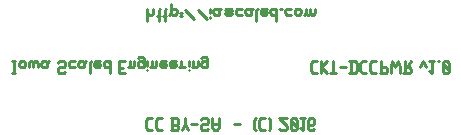
<source format=gbr>
G04 start of page 9 for group -4078 idx -4078 *
G04 Title: (unknown), bottomsilk *
G04 Creator: pcb 20140316 *
G04 CreationDate: Thu 21 Jan 2016 04:13:07 PM GMT UTC *
G04 For: ndholmes *
G04 Format: Gerber/RS-274X *
G04 PCB-Dimensions (mil): 1650.00 500.00 *
G04 PCB-Coordinate-Origin: lower left *
%MOIN*%
%FSLAX25Y25*%
%LNBOTTOMSILK*%
%ADD36C,0.0100*%
G54D36*X10000Y23000D02*X11000D01*
X10500D02*Y27000D01*
X10000D02*X11000D01*
X12200Y25500D02*Y26500D01*
Y25500D02*X12700Y25000D01*
X13700D01*
X14200Y25500D01*
Y26500D01*
X13700Y27000D02*X14200Y26500D01*
X12700Y27000D02*X13700D01*
X12200Y26500D02*X12700Y27000D01*
X15400Y25000D02*Y26500D01*
X15900Y27000D01*
X16400D01*
X16900Y26500D01*
Y25000D02*Y26500D01*
X17400Y27000D01*
X17900D01*
X18400Y26500D01*
Y25000D02*Y26500D01*
X21100Y25000D02*X21600Y25500D01*
X20100Y25000D02*X21100D01*
X19600Y25500D02*X20100Y25000D01*
X19600Y25500D02*Y26500D01*
X20100Y27000D01*
X21600Y25000D02*Y26500D01*
X22100Y27000D01*
X20100D02*X21100D01*
X21600Y26500D01*
X27100Y23000D02*X27600Y23500D01*
X25600Y23000D02*X27100D01*
X25100Y23500D02*X25600Y23000D01*
X25100Y23500D02*Y24500D01*
X25600Y25000D01*
X27100D01*
X27600Y25500D01*
Y26500D01*
X27100Y27000D02*X27600Y26500D01*
X25600Y27000D02*X27100D01*
X25100Y26500D02*X25600Y27000D01*
X29300Y25000D02*X30800D01*
X28800Y25500D02*X29300Y25000D01*
X28800Y25500D02*Y26500D01*
X29300Y27000D01*
X30800D01*
X33500Y25000D02*X34000Y25500D01*
X32500Y25000D02*X33500D01*
X32000Y25500D02*X32500Y25000D01*
X32000Y25500D02*Y26500D01*
X32500Y27000D01*
X34000Y25000D02*Y26500D01*
X34500Y27000D01*
X32500D02*X33500D01*
X34000Y26500D01*
X35700Y23000D02*Y26500D01*
X36200Y27000D01*
X37700D02*X39200D01*
X37200Y26500D02*X37700Y27000D01*
X37200Y25500D02*Y26500D01*
Y25500D02*X37700Y25000D01*
X38700D01*
X39200Y25500D01*
X37200Y26000D02*X39200D01*
Y25500D02*Y26000D01*
X42400Y23000D02*Y27000D01*
X41900D02*X42400Y26500D01*
X40900Y27000D02*X41900D01*
X40400Y26500D02*X40900Y27000D01*
X40400Y25500D02*Y26500D01*
Y25500D02*X40900Y25000D01*
X41900D01*
X42400Y25500D01*
X45400Y24800D02*X46900D01*
X45400Y27000D02*X47400D01*
X45400Y23000D02*Y27000D01*
Y23000D02*X47400D01*
X49100Y25500D02*Y27000D01*
Y25500D02*X49600Y25000D01*
X50100D01*
X50600Y25500D01*
Y27000D01*
X48600Y25000D02*X49100Y25500D01*
X53300Y25000D02*X53800Y25500D01*
X52300Y25000D02*X53300D01*
X51800Y25500D02*X52300Y25000D01*
X51800Y25500D02*Y26500D01*
X52300Y27000D01*
X53300D01*
X53800Y26500D01*
X51800Y28000D02*X52300Y28500D01*
X53300D01*
X53800Y28000D01*
Y25000D02*Y28000D01*
X55000Y24000D02*Y24100D01*
Y25500D02*Y27000D01*
X56500Y25500D02*Y27000D01*
Y25500D02*X57000Y25000D01*
X57500D01*
X58000Y25500D01*
Y27000D01*
X56000Y25000D02*X56500Y25500D01*
X59700Y27000D02*X61200D01*
X59200Y26500D02*X59700Y27000D01*
X59200Y25500D02*Y26500D01*
Y25500D02*X59700Y25000D01*
X60700D01*
X61200Y25500D01*
X59200Y26000D02*X61200D01*
Y25500D02*Y26000D01*
X62900Y27000D02*X64400D01*
X62400Y26500D02*X62900Y27000D01*
X62400Y25500D02*Y26500D01*
Y25500D02*X62900Y25000D01*
X63900D01*
X64400Y25500D01*
X62400Y26000D02*X64400D01*
Y25500D02*Y26000D01*
X66100Y25500D02*Y27000D01*
Y25500D02*X66600Y25000D01*
X67600D01*
X65600D02*X66100Y25500D01*
X68800Y24000D02*Y24100D01*
Y25500D02*Y27000D01*
X70300Y25500D02*Y27000D01*
Y25500D02*X70800Y25000D01*
X71300D01*
X71800Y25500D01*
Y27000D01*
X69800Y25000D02*X70300Y25500D01*
X74500Y25000D02*X75000Y25500D01*
X73500Y25000D02*X74500D01*
X73000Y25500D02*X73500Y25000D01*
X73000Y25500D02*Y26500D01*
X73500Y27000D01*
X74500D01*
X75000Y26500D01*
X73000Y28000D02*X73500Y28500D01*
X74500D01*
X75000Y28000D01*
Y25000D02*Y28000D01*
X110200Y27000D02*X111500D01*
X109500Y26300D02*X110200Y27000D01*
X109500Y23700D02*Y26300D01*
Y23700D02*X110200Y23000D01*
X111500D01*
X112700D02*Y27000D01*
Y25000D02*X114700Y23000D01*
X112700Y25000D02*X114700Y27000D01*
X115900Y23000D02*X117900D01*
X116900D02*Y27000D01*
X119100Y25000D02*X121100D01*
X122800Y23000D02*Y27000D01*
X124100Y23000D02*X124800Y23700D01*
Y26300D01*
X124100Y27000D02*X124800Y26300D01*
X122300Y27000D02*X124100D01*
X122300Y23000D02*X124100D01*
X126700Y27000D02*X128000D01*
X126000Y26300D02*X126700Y27000D01*
X126000Y23700D02*Y26300D01*
Y23700D02*X126700Y23000D01*
X128000D01*
X129900Y27000D02*X131200D01*
X129200Y26300D02*X129900Y27000D01*
X129200Y23700D02*Y26300D01*
Y23700D02*X129900Y23000D01*
X131200D01*
X132900D02*Y27000D01*
X132400Y23000D02*X134400D01*
X134900Y23500D01*
Y24500D01*
X134400Y25000D02*X134900Y24500D01*
X132900Y25000D02*X134400D01*
X136100Y23000D02*Y25000D01*
X136600Y27000D01*
X137600Y25000D01*
X138600Y27000D01*
X139100Y25000D01*
Y23000D02*Y25000D01*
X140300Y23000D02*X142300D01*
X142800Y23500D01*
Y24500D01*
X142300Y25000D02*X142800Y24500D01*
X140800Y25000D02*X142300D01*
X140800Y23000D02*Y27000D01*
X141600Y25000D02*X142800Y27000D01*
X145800Y25000D02*X146800Y27000D01*
X147800Y25000D02*X146800Y27000D01*
X149000Y23800D02*X149800Y23000D01*
Y27000D01*
X149000D02*X150500D01*
X151700D02*X152200D01*
X153400Y26500D02*X153900Y27000D01*
X153400Y23500D02*Y26500D01*
Y23500D02*X153900Y23000D01*
X154900D01*
X155400Y23500D01*
Y26500D01*
X154900Y27000D02*X155400Y26500D01*
X153900Y27000D02*X154900D01*
X153400Y26000D02*X155400Y24000D01*
X55000Y40500D02*Y44500D01*
Y43000D02*X55500Y42500D01*
X56500D01*
X57000Y43000D01*
Y44500D01*
X58700Y40500D02*Y44000D01*
X59200Y44500D01*
X58200Y42000D02*X59200D01*
X60700Y40500D02*Y44000D01*
X61200Y44500D01*
X60200Y42000D02*X61200D01*
X62700Y43000D02*Y46000D01*
X62200Y42500D02*X62700Y43000D01*
X63200Y42500D01*
X64200D01*
X64700Y43000D01*
Y44000D01*
X64200Y44500D02*X64700Y44000D01*
X63200Y44500D02*X64200D01*
X62700Y44000D02*X63200Y44500D01*
X65900Y42000D02*X66400D01*
X65900Y43000D02*X66400D01*
X67600Y44000D02*X70600Y41000D01*
X71800Y44000D02*X74800Y41000D01*
X76000Y41500D02*Y41600D01*
Y43000D02*Y44500D01*
X78500Y42500D02*X79000Y43000D01*
X77500Y42500D02*X78500D01*
X77000Y43000D02*X77500Y42500D01*
X77000Y43000D02*Y44000D01*
X77500Y44500D01*
X79000Y42500D02*Y44000D01*
X79500Y44500D01*
X77500D02*X78500D01*
X79000Y44000D01*
X81200Y44500D02*X82700D01*
X83200Y44000D01*
X82700Y43500D02*X83200Y44000D01*
X81200Y43500D02*X82700D01*
X80700Y43000D02*X81200Y43500D01*
X80700Y43000D02*X81200Y42500D01*
X82700D01*
X83200Y43000D01*
X80700Y44000D02*X81200Y44500D01*
X84900Y42500D02*X86400D01*
X84400Y43000D02*X84900Y42500D01*
X84400Y43000D02*Y44000D01*
X84900Y44500D01*
X86400D01*
X89100Y42500D02*X89600Y43000D01*
X88100Y42500D02*X89100D01*
X87600Y43000D02*X88100Y42500D01*
X87600Y43000D02*Y44000D01*
X88100Y44500D01*
X89600Y42500D02*Y44000D01*
X90100Y44500D01*
X88100D02*X89100D01*
X89600Y44000D01*
X91300Y40500D02*Y44000D01*
X91800Y44500D01*
X93300D02*X94800D01*
X92800Y44000D02*X93300Y44500D01*
X92800Y43000D02*Y44000D01*
Y43000D02*X93300Y42500D01*
X94300D01*
X94800Y43000D01*
X92800Y43500D02*X94800D01*
Y43000D02*Y43500D01*
X98000Y40500D02*Y44500D01*
X97500D02*X98000Y44000D01*
X96500Y44500D02*X97500D01*
X96000Y44000D02*X96500Y44500D01*
X96000Y43000D02*Y44000D01*
Y43000D02*X96500Y42500D01*
X97500D01*
X98000Y43000D01*
X99200Y44500D02*X99700D01*
X101400Y42500D02*X102900D01*
X100900Y43000D02*X101400Y42500D01*
X100900Y43000D02*Y44000D01*
X101400Y44500D01*
X102900D01*
X104100Y43000D02*Y44000D01*
Y43000D02*X104600Y42500D01*
X105600D01*
X106100Y43000D01*
Y44000D01*
X105600Y44500D02*X106100Y44000D01*
X104600Y44500D02*X105600D01*
X104100Y44000D02*X104600Y44500D01*
X107800Y43000D02*Y44500D01*
Y43000D02*X108300Y42500D01*
X108800D01*
X109300Y43000D01*
Y44500D01*
Y43000D02*X109800Y42500D01*
X110300D01*
X110800Y43000D01*
Y44500D01*
X107300Y42500D02*X107800Y43000D01*
X55200Y8000D02*X56500D01*
X54500Y7300D02*X55200Y8000D01*
X54500Y4700D02*Y7300D01*
Y4700D02*X55200Y4000D01*
X56500D01*
X58400Y8000D02*X59700D01*
X57700Y7300D02*X58400Y8000D01*
X57700Y4700D02*Y7300D01*
Y4700D02*X58400Y4000D01*
X59700D01*
X62700Y8000D02*X64700D01*
X65200Y7500D01*
Y6300D02*Y7500D01*
X64700Y5800D02*X65200Y6300D01*
X63200Y5800D02*X64700D01*
X63200Y4000D02*Y8000D01*
X62700Y4000D02*X64700D01*
X65200Y4500D01*
Y5300D01*
X64700Y5800D02*X65200Y5300D01*
X66400Y4000D02*X67400Y6000D01*
X68400Y4000D01*
X67400Y6000D02*Y8000D01*
X69600Y6000D02*X71600D01*
X74800Y4000D02*X75300Y4500D01*
X73300Y4000D02*X74800D01*
X72800Y4500D02*X73300Y4000D01*
X72800Y4500D02*Y5500D01*
X73300Y6000D01*
X74800D01*
X75300Y6500D01*
Y7500D01*
X74800Y8000D02*X75300Y7500D01*
X73300Y8000D02*X74800D01*
X72800Y7500D02*X73300Y8000D01*
X76500Y5000D02*Y8000D01*
Y5000D02*X77200Y4000D01*
X78300D01*
X79000Y5000D01*
Y8000D01*
X76500Y6000D02*X79000D01*
X83800D02*X85800D01*
X90600Y7500D02*X91100Y8000D01*
X90600Y4500D02*X91100Y4000D01*
X90600Y4500D02*Y7500D01*
X93000Y8000D02*X94300D01*
X92300Y7300D02*X93000Y8000D01*
X92300Y4700D02*Y7300D01*
Y4700D02*X93000Y4000D01*
X94300D01*
X95500D02*X96000Y4500D01*
Y7500D01*
X95500Y8000D02*X96000Y7500D01*
X99000Y4500D02*X99500Y4000D01*
X101000D01*
X101500Y4500D01*
Y5500D01*
X99000Y8000D02*X101500Y5500D01*
X99000Y8000D02*X101500D01*
X102700Y7500D02*X103200Y8000D01*
X102700Y4500D02*Y7500D01*
Y4500D02*X103200Y4000D01*
X104200D01*
X104700Y4500D01*
Y7500D01*
X104200Y8000D02*X104700Y7500D01*
X103200Y8000D02*X104200D01*
X102700Y7000D02*X104700Y5000D01*
X105900Y4800D02*X106700Y4000D01*
Y8000D01*
X105900D02*X107400D01*
X110100Y4000D02*X110600Y4500D01*
X109100Y4000D02*X110100D01*
X108600Y4500D02*X109100Y4000D01*
X108600Y4500D02*Y7500D01*
X109100Y8000D01*
X110100Y5800D02*X110600Y6300D01*
X108600Y5800D02*X110100D01*
X109100Y8000D02*X110100D01*
X110600Y7500D01*
Y6300D02*Y7500D01*
M02*

</source>
